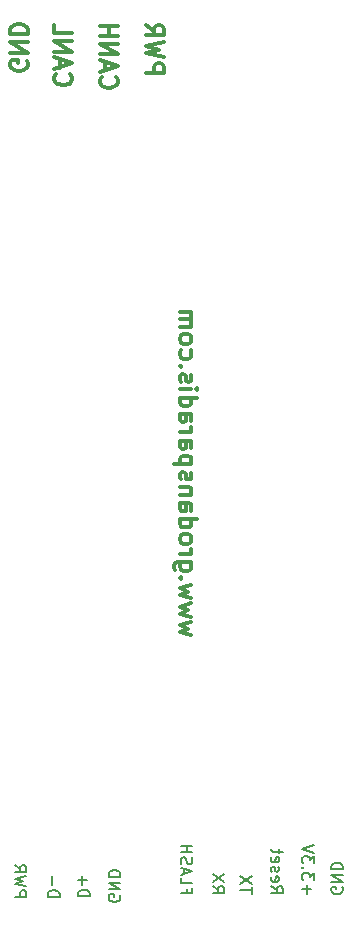
<source format=gbr>
%TF.GenerationSoftware,KiCad,Pcbnew,7.0.2-6a45011f42~172~ubuntu22.10.1*%
%TF.CreationDate,2023-04-24T11:56:10+02:00*%
%TF.ProjectId,vscp-din-esp32-can-z102,76736370-2d64-4696-9e2d-65737033322d,B*%
%TF.SameCoordinates,Original*%
%TF.FileFunction,Legend,Bot*%
%TF.FilePolarity,Positive*%
%FSLAX46Y46*%
G04 Gerber Fmt 4.6, Leading zero omitted, Abs format (unit mm)*
G04 Created by KiCad (PCBNEW 7.0.2-6a45011f42~172~ubuntu22.10.1) date 2023-04-24 11:56:10*
%MOMM*%
%LPD*%
G01*
G04 APERTURE LIST*
%ADD10C,0.300000*%
%ADD11C,0.200000*%
G04 APERTURE END LIST*
D10*
X140706071Y-76350000D02*
X142206071Y-76350000D01*
X142206071Y-76350000D02*
X142206071Y-75778571D01*
X142206071Y-75778571D02*
X142134642Y-75635714D01*
X142134642Y-75635714D02*
X142063214Y-75564285D01*
X142063214Y-75564285D02*
X141920357Y-75492857D01*
X141920357Y-75492857D02*
X141706071Y-75492857D01*
X141706071Y-75492857D02*
X141563214Y-75564285D01*
X141563214Y-75564285D02*
X141491785Y-75635714D01*
X141491785Y-75635714D02*
X141420357Y-75778571D01*
X141420357Y-75778571D02*
X141420357Y-76350000D01*
X142206071Y-74992857D02*
X140706071Y-74635714D01*
X140706071Y-74635714D02*
X141777500Y-74350000D01*
X141777500Y-74350000D02*
X140706071Y-74064285D01*
X140706071Y-74064285D02*
X142206071Y-73707143D01*
X140706071Y-72278571D02*
X141420357Y-72778571D01*
X140706071Y-73135714D02*
X142206071Y-73135714D01*
X142206071Y-73135714D02*
X142206071Y-72564285D01*
X142206071Y-72564285D02*
X142134642Y-72421428D01*
X142134642Y-72421428D02*
X142063214Y-72349999D01*
X142063214Y-72349999D02*
X141920357Y-72278571D01*
X141920357Y-72278571D02*
X141706071Y-72278571D01*
X141706071Y-72278571D02*
X141563214Y-72349999D01*
X141563214Y-72349999D02*
X141491785Y-72421428D01*
X141491785Y-72421428D02*
X141420357Y-72564285D01*
X141420357Y-72564285D02*
X141420357Y-73135714D01*
X133098928Y-76421428D02*
X133027500Y-76492856D01*
X133027500Y-76492856D02*
X132956071Y-76707142D01*
X132956071Y-76707142D02*
X132956071Y-76849999D01*
X132956071Y-76849999D02*
X133027500Y-77064285D01*
X133027500Y-77064285D02*
X133170357Y-77207142D01*
X133170357Y-77207142D02*
X133313214Y-77278571D01*
X133313214Y-77278571D02*
X133598928Y-77349999D01*
X133598928Y-77349999D02*
X133813214Y-77349999D01*
X133813214Y-77349999D02*
X134098928Y-77278571D01*
X134098928Y-77278571D02*
X134241785Y-77207142D01*
X134241785Y-77207142D02*
X134384642Y-77064285D01*
X134384642Y-77064285D02*
X134456071Y-76849999D01*
X134456071Y-76849999D02*
X134456071Y-76707142D01*
X134456071Y-76707142D02*
X134384642Y-76492856D01*
X134384642Y-76492856D02*
X134313214Y-76421428D01*
X133384642Y-75849999D02*
X133384642Y-75135714D01*
X132956071Y-75992856D02*
X134456071Y-75492856D01*
X134456071Y-75492856D02*
X132956071Y-74992856D01*
X132956071Y-74492857D02*
X134456071Y-74492857D01*
X134456071Y-74492857D02*
X132956071Y-73635714D01*
X132956071Y-73635714D02*
X134456071Y-73635714D01*
X132956071Y-72207142D02*
X132956071Y-72921428D01*
X132956071Y-72921428D02*
X134456071Y-72921428D01*
D11*
X144161190Y-145440476D02*
X144161190Y-145773809D01*
X143637380Y-145773809D02*
X144637380Y-145773809D01*
X144637380Y-145773809D02*
X144637380Y-145297619D01*
X143637380Y-144440476D02*
X143637380Y-144916666D01*
X143637380Y-144916666D02*
X144637380Y-144916666D01*
X143923095Y-144154761D02*
X143923095Y-143678571D01*
X143637380Y-144249999D02*
X144637380Y-143916666D01*
X144637380Y-143916666D02*
X143637380Y-143583333D01*
X143685000Y-143297618D02*
X143637380Y-143154761D01*
X143637380Y-143154761D02*
X143637380Y-142916666D01*
X143637380Y-142916666D02*
X143685000Y-142821428D01*
X143685000Y-142821428D02*
X143732619Y-142773809D01*
X143732619Y-142773809D02*
X143827857Y-142726190D01*
X143827857Y-142726190D02*
X143923095Y-142726190D01*
X143923095Y-142726190D02*
X144018333Y-142773809D01*
X144018333Y-142773809D02*
X144065952Y-142821428D01*
X144065952Y-142821428D02*
X144113571Y-142916666D01*
X144113571Y-142916666D02*
X144161190Y-143107142D01*
X144161190Y-143107142D02*
X144208809Y-143202380D01*
X144208809Y-143202380D02*
X144256428Y-143249999D01*
X144256428Y-143249999D02*
X144351666Y-143297618D01*
X144351666Y-143297618D02*
X144446904Y-143297618D01*
X144446904Y-143297618D02*
X144542142Y-143249999D01*
X144542142Y-143249999D02*
X144589761Y-143202380D01*
X144589761Y-143202380D02*
X144637380Y-143107142D01*
X144637380Y-143107142D02*
X144637380Y-142869047D01*
X144637380Y-142869047D02*
X144589761Y-142726190D01*
X143637380Y-142297618D02*
X144637380Y-142297618D01*
X144161190Y-142297618D02*
X144161190Y-141726190D01*
X143637380Y-141726190D02*
X144637380Y-141726190D01*
X134937380Y-146030951D02*
X135937380Y-146030951D01*
X135937380Y-146030951D02*
X135937380Y-145792856D01*
X135937380Y-145792856D02*
X135889761Y-145649999D01*
X135889761Y-145649999D02*
X135794523Y-145554761D01*
X135794523Y-145554761D02*
X135699285Y-145507142D01*
X135699285Y-145507142D02*
X135508809Y-145459523D01*
X135508809Y-145459523D02*
X135365952Y-145459523D01*
X135365952Y-145459523D02*
X135175476Y-145507142D01*
X135175476Y-145507142D02*
X135080238Y-145554761D01*
X135080238Y-145554761D02*
X134985000Y-145649999D01*
X134985000Y-145649999D02*
X134937380Y-145792856D01*
X134937380Y-145792856D02*
X134937380Y-146030951D01*
X135318333Y-145030951D02*
X135318333Y-144269047D01*
X134937380Y-144649999D02*
X135699285Y-144649999D01*
X138489761Y-145911904D02*
X138537380Y-146007142D01*
X138537380Y-146007142D02*
X138537380Y-146149999D01*
X138537380Y-146149999D02*
X138489761Y-146292856D01*
X138489761Y-146292856D02*
X138394523Y-146388094D01*
X138394523Y-146388094D02*
X138299285Y-146435713D01*
X138299285Y-146435713D02*
X138108809Y-146483332D01*
X138108809Y-146483332D02*
X137965952Y-146483332D01*
X137965952Y-146483332D02*
X137775476Y-146435713D01*
X137775476Y-146435713D02*
X137680238Y-146388094D01*
X137680238Y-146388094D02*
X137585000Y-146292856D01*
X137585000Y-146292856D02*
X137537380Y-146149999D01*
X137537380Y-146149999D02*
X137537380Y-146054761D01*
X137537380Y-146054761D02*
X137585000Y-145911904D01*
X137585000Y-145911904D02*
X137632619Y-145864285D01*
X137632619Y-145864285D02*
X137965952Y-145864285D01*
X137965952Y-145864285D02*
X137965952Y-146054761D01*
X137537380Y-145435713D02*
X138537380Y-145435713D01*
X138537380Y-145435713D02*
X137537380Y-144864285D01*
X137537380Y-144864285D02*
X138537380Y-144864285D01*
X137537380Y-144388094D02*
X138537380Y-144388094D01*
X138537380Y-144388094D02*
X138537380Y-144149999D01*
X138537380Y-144149999D02*
X138489761Y-144007142D01*
X138489761Y-144007142D02*
X138394523Y-143911904D01*
X138394523Y-143911904D02*
X138299285Y-143864285D01*
X138299285Y-143864285D02*
X138108809Y-143816666D01*
X138108809Y-143816666D02*
X137965952Y-143816666D01*
X137965952Y-143816666D02*
X137775476Y-143864285D01*
X137775476Y-143864285D02*
X137680238Y-143911904D01*
X137680238Y-143911904D02*
X137585000Y-144007142D01*
X137585000Y-144007142D02*
X137537380Y-144149999D01*
X137537380Y-144149999D02*
X137537380Y-144388094D01*
X154318333Y-145799999D02*
X154318333Y-145038095D01*
X153937380Y-145419047D02*
X154699285Y-145419047D01*
X154937380Y-144657142D02*
X154937380Y-144038095D01*
X154937380Y-144038095D02*
X154556428Y-144371428D01*
X154556428Y-144371428D02*
X154556428Y-144228571D01*
X154556428Y-144228571D02*
X154508809Y-144133333D01*
X154508809Y-144133333D02*
X154461190Y-144085714D01*
X154461190Y-144085714D02*
X154365952Y-144038095D01*
X154365952Y-144038095D02*
X154127857Y-144038095D01*
X154127857Y-144038095D02*
X154032619Y-144085714D01*
X154032619Y-144085714D02*
X153985000Y-144133333D01*
X153985000Y-144133333D02*
X153937380Y-144228571D01*
X153937380Y-144228571D02*
X153937380Y-144514285D01*
X153937380Y-144514285D02*
X153985000Y-144609523D01*
X153985000Y-144609523D02*
X154032619Y-144657142D01*
X154032619Y-143609523D02*
X153985000Y-143561904D01*
X153985000Y-143561904D02*
X153937380Y-143609523D01*
X153937380Y-143609523D02*
X153985000Y-143657142D01*
X153985000Y-143657142D02*
X154032619Y-143609523D01*
X154032619Y-143609523D02*
X153937380Y-143609523D01*
X154937380Y-143228571D02*
X154937380Y-142609524D01*
X154937380Y-142609524D02*
X154556428Y-142942857D01*
X154556428Y-142942857D02*
X154556428Y-142800000D01*
X154556428Y-142800000D02*
X154508809Y-142704762D01*
X154508809Y-142704762D02*
X154461190Y-142657143D01*
X154461190Y-142657143D02*
X154365952Y-142609524D01*
X154365952Y-142609524D02*
X154127857Y-142609524D01*
X154127857Y-142609524D02*
X154032619Y-142657143D01*
X154032619Y-142657143D02*
X153985000Y-142704762D01*
X153985000Y-142704762D02*
X153937380Y-142800000D01*
X153937380Y-142800000D02*
X153937380Y-143085714D01*
X153937380Y-143085714D02*
X153985000Y-143180952D01*
X153985000Y-143180952D02*
X154032619Y-143228571D01*
X154937380Y-142323809D02*
X153937380Y-141990476D01*
X153937380Y-141990476D02*
X154937380Y-141657143D01*
X149687380Y-145811904D02*
X149687380Y-145240476D01*
X148687380Y-145526190D02*
X149687380Y-145526190D01*
X149687380Y-145002380D02*
X148687380Y-144335714D01*
X149687380Y-144335714D02*
X148687380Y-145002380D01*
D10*
X130634642Y-75292856D02*
X130706071Y-75435714D01*
X130706071Y-75435714D02*
X130706071Y-75649999D01*
X130706071Y-75649999D02*
X130634642Y-75864285D01*
X130634642Y-75864285D02*
X130491785Y-76007142D01*
X130491785Y-76007142D02*
X130348928Y-76078571D01*
X130348928Y-76078571D02*
X130063214Y-76149999D01*
X130063214Y-76149999D02*
X129848928Y-76149999D01*
X129848928Y-76149999D02*
X129563214Y-76078571D01*
X129563214Y-76078571D02*
X129420357Y-76007142D01*
X129420357Y-76007142D02*
X129277500Y-75864285D01*
X129277500Y-75864285D02*
X129206071Y-75649999D01*
X129206071Y-75649999D02*
X129206071Y-75507142D01*
X129206071Y-75507142D02*
X129277500Y-75292856D01*
X129277500Y-75292856D02*
X129348928Y-75221428D01*
X129348928Y-75221428D02*
X129848928Y-75221428D01*
X129848928Y-75221428D02*
X129848928Y-75507142D01*
X129206071Y-74578571D02*
X130706071Y-74578571D01*
X130706071Y-74578571D02*
X129206071Y-73721428D01*
X129206071Y-73721428D02*
X130706071Y-73721428D01*
X129206071Y-73007142D02*
X130706071Y-73007142D01*
X130706071Y-73007142D02*
X130706071Y-72649999D01*
X130706071Y-72649999D02*
X130634642Y-72435713D01*
X130634642Y-72435713D02*
X130491785Y-72292856D01*
X130491785Y-72292856D02*
X130348928Y-72221427D01*
X130348928Y-72221427D02*
X130063214Y-72149999D01*
X130063214Y-72149999D02*
X129848928Y-72149999D01*
X129848928Y-72149999D02*
X129563214Y-72221427D01*
X129563214Y-72221427D02*
X129420357Y-72292856D01*
X129420357Y-72292856D02*
X129277500Y-72435713D01*
X129277500Y-72435713D02*
X129206071Y-72649999D01*
X129206071Y-72649999D02*
X129206071Y-73007142D01*
D11*
X151287380Y-145188095D02*
X151763571Y-145521428D01*
X151287380Y-145759523D02*
X152287380Y-145759523D01*
X152287380Y-145759523D02*
X152287380Y-145378571D01*
X152287380Y-145378571D02*
X152239761Y-145283333D01*
X152239761Y-145283333D02*
X152192142Y-145235714D01*
X152192142Y-145235714D02*
X152096904Y-145188095D01*
X152096904Y-145188095D02*
X151954047Y-145188095D01*
X151954047Y-145188095D02*
X151858809Y-145235714D01*
X151858809Y-145235714D02*
X151811190Y-145283333D01*
X151811190Y-145283333D02*
X151763571Y-145378571D01*
X151763571Y-145378571D02*
X151763571Y-145759523D01*
X151335000Y-144378571D02*
X151287380Y-144473809D01*
X151287380Y-144473809D02*
X151287380Y-144664285D01*
X151287380Y-144664285D02*
X151335000Y-144759523D01*
X151335000Y-144759523D02*
X151430238Y-144807142D01*
X151430238Y-144807142D02*
X151811190Y-144807142D01*
X151811190Y-144807142D02*
X151906428Y-144759523D01*
X151906428Y-144759523D02*
X151954047Y-144664285D01*
X151954047Y-144664285D02*
X151954047Y-144473809D01*
X151954047Y-144473809D02*
X151906428Y-144378571D01*
X151906428Y-144378571D02*
X151811190Y-144330952D01*
X151811190Y-144330952D02*
X151715952Y-144330952D01*
X151715952Y-144330952D02*
X151620714Y-144807142D01*
X151335000Y-143949999D02*
X151287380Y-143854761D01*
X151287380Y-143854761D02*
X151287380Y-143664285D01*
X151287380Y-143664285D02*
X151335000Y-143569047D01*
X151335000Y-143569047D02*
X151430238Y-143521428D01*
X151430238Y-143521428D02*
X151477857Y-143521428D01*
X151477857Y-143521428D02*
X151573095Y-143569047D01*
X151573095Y-143569047D02*
X151620714Y-143664285D01*
X151620714Y-143664285D02*
X151620714Y-143807142D01*
X151620714Y-143807142D02*
X151668333Y-143902380D01*
X151668333Y-143902380D02*
X151763571Y-143949999D01*
X151763571Y-143949999D02*
X151811190Y-143949999D01*
X151811190Y-143949999D02*
X151906428Y-143902380D01*
X151906428Y-143902380D02*
X151954047Y-143807142D01*
X151954047Y-143807142D02*
X151954047Y-143664285D01*
X151954047Y-143664285D02*
X151906428Y-143569047D01*
X151335000Y-142711904D02*
X151287380Y-142807142D01*
X151287380Y-142807142D02*
X151287380Y-142997618D01*
X151287380Y-142997618D02*
X151335000Y-143092856D01*
X151335000Y-143092856D02*
X151430238Y-143140475D01*
X151430238Y-143140475D02*
X151811190Y-143140475D01*
X151811190Y-143140475D02*
X151906428Y-143092856D01*
X151906428Y-143092856D02*
X151954047Y-142997618D01*
X151954047Y-142997618D02*
X151954047Y-142807142D01*
X151954047Y-142807142D02*
X151906428Y-142711904D01*
X151906428Y-142711904D02*
X151811190Y-142664285D01*
X151811190Y-142664285D02*
X151715952Y-142664285D01*
X151715952Y-142664285D02*
X151620714Y-143140475D01*
X151954047Y-142378570D02*
X151954047Y-141997618D01*
X152287380Y-142235713D02*
X151430238Y-142235713D01*
X151430238Y-142235713D02*
X151335000Y-142188094D01*
X151335000Y-142188094D02*
X151287380Y-142092856D01*
X151287380Y-142092856D02*
X151287380Y-141997618D01*
D10*
X144556071Y-123935715D02*
X143556071Y-123650001D01*
X143556071Y-123650001D02*
X144270357Y-123364286D01*
X144270357Y-123364286D02*
X143556071Y-123078572D01*
X143556071Y-123078572D02*
X144556071Y-122792858D01*
X144556071Y-122364286D02*
X143556071Y-122078572D01*
X143556071Y-122078572D02*
X144270357Y-121792857D01*
X144270357Y-121792857D02*
X143556071Y-121507143D01*
X143556071Y-121507143D02*
X144556071Y-121221429D01*
X144556071Y-120792857D02*
X143556071Y-120507143D01*
X143556071Y-120507143D02*
X144270357Y-120221428D01*
X144270357Y-120221428D02*
X143556071Y-119935714D01*
X143556071Y-119935714D02*
X144556071Y-119650000D01*
X143698928Y-119078571D02*
X143627500Y-119007142D01*
X143627500Y-119007142D02*
X143556071Y-119078571D01*
X143556071Y-119078571D02*
X143627500Y-119149999D01*
X143627500Y-119149999D02*
X143698928Y-119078571D01*
X143698928Y-119078571D02*
X143556071Y-119078571D01*
X144556071Y-117721428D02*
X143341785Y-117721428D01*
X143341785Y-117721428D02*
X143198928Y-117792856D01*
X143198928Y-117792856D02*
X143127500Y-117864285D01*
X143127500Y-117864285D02*
X143056071Y-118007142D01*
X143056071Y-118007142D02*
X143056071Y-118221428D01*
X143056071Y-118221428D02*
X143127500Y-118364285D01*
X143627500Y-117721428D02*
X143556071Y-117864285D01*
X143556071Y-117864285D02*
X143556071Y-118149999D01*
X143556071Y-118149999D02*
X143627500Y-118292856D01*
X143627500Y-118292856D02*
X143698928Y-118364285D01*
X143698928Y-118364285D02*
X143841785Y-118435713D01*
X143841785Y-118435713D02*
X144270357Y-118435713D01*
X144270357Y-118435713D02*
X144413214Y-118364285D01*
X144413214Y-118364285D02*
X144484642Y-118292856D01*
X144484642Y-118292856D02*
X144556071Y-118149999D01*
X144556071Y-118149999D02*
X144556071Y-117864285D01*
X144556071Y-117864285D02*
X144484642Y-117721428D01*
X143556071Y-117007142D02*
X144556071Y-117007142D01*
X144270357Y-117007142D02*
X144413214Y-116935713D01*
X144413214Y-116935713D02*
X144484642Y-116864285D01*
X144484642Y-116864285D02*
X144556071Y-116721427D01*
X144556071Y-116721427D02*
X144556071Y-116578570D01*
X143556071Y-115864285D02*
X143627500Y-116007142D01*
X143627500Y-116007142D02*
X143698928Y-116078571D01*
X143698928Y-116078571D02*
X143841785Y-116149999D01*
X143841785Y-116149999D02*
X144270357Y-116149999D01*
X144270357Y-116149999D02*
X144413214Y-116078571D01*
X144413214Y-116078571D02*
X144484642Y-116007142D01*
X144484642Y-116007142D02*
X144556071Y-115864285D01*
X144556071Y-115864285D02*
X144556071Y-115649999D01*
X144556071Y-115649999D02*
X144484642Y-115507142D01*
X144484642Y-115507142D02*
X144413214Y-115435714D01*
X144413214Y-115435714D02*
X144270357Y-115364285D01*
X144270357Y-115364285D02*
X143841785Y-115364285D01*
X143841785Y-115364285D02*
X143698928Y-115435714D01*
X143698928Y-115435714D02*
X143627500Y-115507142D01*
X143627500Y-115507142D02*
X143556071Y-115649999D01*
X143556071Y-115649999D02*
X143556071Y-115864285D01*
X143556071Y-114078571D02*
X145056071Y-114078571D01*
X143627500Y-114078571D02*
X143556071Y-114221428D01*
X143556071Y-114221428D02*
X143556071Y-114507142D01*
X143556071Y-114507142D02*
X143627500Y-114649999D01*
X143627500Y-114649999D02*
X143698928Y-114721428D01*
X143698928Y-114721428D02*
X143841785Y-114792856D01*
X143841785Y-114792856D02*
X144270357Y-114792856D01*
X144270357Y-114792856D02*
X144413214Y-114721428D01*
X144413214Y-114721428D02*
X144484642Y-114649999D01*
X144484642Y-114649999D02*
X144556071Y-114507142D01*
X144556071Y-114507142D02*
X144556071Y-114221428D01*
X144556071Y-114221428D02*
X144484642Y-114078571D01*
X143556071Y-112721428D02*
X144341785Y-112721428D01*
X144341785Y-112721428D02*
X144484642Y-112792856D01*
X144484642Y-112792856D02*
X144556071Y-112935713D01*
X144556071Y-112935713D02*
X144556071Y-113221428D01*
X144556071Y-113221428D02*
X144484642Y-113364285D01*
X143627500Y-112721428D02*
X143556071Y-112864285D01*
X143556071Y-112864285D02*
X143556071Y-113221428D01*
X143556071Y-113221428D02*
X143627500Y-113364285D01*
X143627500Y-113364285D02*
X143770357Y-113435713D01*
X143770357Y-113435713D02*
X143913214Y-113435713D01*
X143913214Y-113435713D02*
X144056071Y-113364285D01*
X144056071Y-113364285D02*
X144127500Y-113221428D01*
X144127500Y-113221428D02*
X144127500Y-112864285D01*
X144127500Y-112864285D02*
X144198928Y-112721428D01*
X144556071Y-112007142D02*
X143556071Y-112007142D01*
X144413214Y-112007142D02*
X144484642Y-111935713D01*
X144484642Y-111935713D02*
X144556071Y-111792856D01*
X144556071Y-111792856D02*
X144556071Y-111578570D01*
X144556071Y-111578570D02*
X144484642Y-111435713D01*
X144484642Y-111435713D02*
X144341785Y-111364285D01*
X144341785Y-111364285D02*
X143556071Y-111364285D01*
X143627500Y-110721427D02*
X143556071Y-110578570D01*
X143556071Y-110578570D02*
X143556071Y-110292856D01*
X143556071Y-110292856D02*
X143627500Y-110149999D01*
X143627500Y-110149999D02*
X143770357Y-110078570D01*
X143770357Y-110078570D02*
X143841785Y-110078570D01*
X143841785Y-110078570D02*
X143984642Y-110149999D01*
X143984642Y-110149999D02*
X144056071Y-110292856D01*
X144056071Y-110292856D02*
X144056071Y-110507142D01*
X144056071Y-110507142D02*
X144127500Y-110649999D01*
X144127500Y-110649999D02*
X144270357Y-110721427D01*
X144270357Y-110721427D02*
X144341785Y-110721427D01*
X144341785Y-110721427D02*
X144484642Y-110649999D01*
X144484642Y-110649999D02*
X144556071Y-110507142D01*
X144556071Y-110507142D02*
X144556071Y-110292856D01*
X144556071Y-110292856D02*
X144484642Y-110149999D01*
X144556071Y-109435713D02*
X143056071Y-109435713D01*
X144484642Y-109435713D02*
X144556071Y-109292856D01*
X144556071Y-109292856D02*
X144556071Y-109007141D01*
X144556071Y-109007141D02*
X144484642Y-108864284D01*
X144484642Y-108864284D02*
X144413214Y-108792856D01*
X144413214Y-108792856D02*
X144270357Y-108721427D01*
X144270357Y-108721427D02*
X143841785Y-108721427D01*
X143841785Y-108721427D02*
X143698928Y-108792856D01*
X143698928Y-108792856D02*
X143627500Y-108864284D01*
X143627500Y-108864284D02*
X143556071Y-109007141D01*
X143556071Y-109007141D02*
X143556071Y-109292856D01*
X143556071Y-109292856D02*
X143627500Y-109435713D01*
X143556071Y-107435713D02*
X144341785Y-107435713D01*
X144341785Y-107435713D02*
X144484642Y-107507141D01*
X144484642Y-107507141D02*
X144556071Y-107649998D01*
X144556071Y-107649998D02*
X144556071Y-107935713D01*
X144556071Y-107935713D02*
X144484642Y-108078570D01*
X143627500Y-107435713D02*
X143556071Y-107578570D01*
X143556071Y-107578570D02*
X143556071Y-107935713D01*
X143556071Y-107935713D02*
X143627500Y-108078570D01*
X143627500Y-108078570D02*
X143770357Y-108149998D01*
X143770357Y-108149998D02*
X143913214Y-108149998D01*
X143913214Y-108149998D02*
X144056071Y-108078570D01*
X144056071Y-108078570D02*
X144127500Y-107935713D01*
X144127500Y-107935713D02*
X144127500Y-107578570D01*
X144127500Y-107578570D02*
X144198928Y-107435713D01*
X143556071Y-106721427D02*
X144556071Y-106721427D01*
X144270357Y-106721427D02*
X144413214Y-106649998D01*
X144413214Y-106649998D02*
X144484642Y-106578570D01*
X144484642Y-106578570D02*
X144556071Y-106435712D01*
X144556071Y-106435712D02*
X144556071Y-106292855D01*
X143556071Y-105149999D02*
X144341785Y-105149999D01*
X144341785Y-105149999D02*
X144484642Y-105221427D01*
X144484642Y-105221427D02*
X144556071Y-105364284D01*
X144556071Y-105364284D02*
X144556071Y-105649999D01*
X144556071Y-105649999D02*
X144484642Y-105792856D01*
X143627500Y-105149999D02*
X143556071Y-105292856D01*
X143556071Y-105292856D02*
X143556071Y-105649999D01*
X143556071Y-105649999D02*
X143627500Y-105792856D01*
X143627500Y-105792856D02*
X143770357Y-105864284D01*
X143770357Y-105864284D02*
X143913214Y-105864284D01*
X143913214Y-105864284D02*
X144056071Y-105792856D01*
X144056071Y-105792856D02*
X144127500Y-105649999D01*
X144127500Y-105649999D02*
X144127500Y-105292856D01*
X144127500Y-105292856D02*
X144198928Y-105149999D01*
X143556071Y-103792856D02*
X145056071Y-103792856D01*
X143627500Y-103792856D02*
X143556071Y-103935713D01*
X143556071Y-103935713D02*
X143556071Y-104221427D01*
X143556071Y-104221427D02*
X143627500Y-104364284D01*
X143627500Y-104364284D02*
X143698928Y-104435713D01*
X143698928Y-104435713D02*
X143841785Y-104507141D01*
X143841785Y-104507141D02*
X144270357Y-104507141D01*
X144270357Y-104507141D02*
X144413214Y-104435713D01*
X144413214Y-104435713D02*
X144484642Y-104364284D01*
X144484642Y-104364284D02*
X144556071Y-104221427D01*
X144556071Y-104221427D02*
X144556071Y-103935713D01*
X144556071Y-103935713D02*
X144484642Y-103792856D01*
X143556071Y-103078570D02*
X144556071Y-103078570D01*
X145056071Y-103078570D02*
X144984642Y-103149998D01*
X144984642Y-103149998D02*
X144913214Y-103078570D01*
X144913214Y-103078570D02*
X144984642Y-103007141D01*
X144984642Y-103007141D02*
X145056071Y-103078570D01*
X145056071Y-103078570D02*
X144913214Y-103078570D01*
X143627500Y-102435712D02*
X143556071Y-102292855D01*
X143556071Y-102292855D02*
X143556071Y-102007141D01*
X143556071Y-102007141D02*
X143627500Y-101864284D01*
X143627500Y-101864284D02*
X143770357Y-101792855D01*
X143770357Y-101792855D02*
X143841785Y-101792855D01*
X143841785Y-101792855D02*
X143984642Y-101864284D01*
X143984642Y-101864284D02*
X144056071Y-102007141D01*
X144056071Y-102007141D02*
X144056071Y-102221427D01*
X144056071Y-102221427D02*
X144127500Y-102364284D01*
X144127500Y-102364284D02*
X144270357Y-102435712D01*
X144270357Y-102435712D02*
X144341785Y-102435712D01*
X144341785Y-102435712D02*
X144484642Y-102364284D01*
X144484642Y-102364284D02*
X144556071Y-102221427D01*
X144556071Y-102221427D02*
X144556071Y-102007141D01*
X144556071Y-102007141D02*
X144484642Y-101864284D01*
X143698928Y-101149998D02*
X143627500Y-101078569D01*
X143627500Y-101078569D02*
X143556071Y-101149998D01*
X143556071Y-101149998D02*
X143627500Y-101221426D01*
X143627500Y-101221426D02*
X143698928Y-101149998D01*
X143698928Y-101149998D02*
X143556071Y-101149998D01*
X143627500Y-99792855D02*
X143556071Y-99935712D01*
X143556071Y-99935712D02*
X143556071Y-100221426D01*
X143556071Y-100221426D02*
X143627500Y-100364283D01*
X143627500Y-100364283D02*
X143698928Y-100435712D01*
X143698928Y-100435712D02*
X143841785Y-100507140D01*
X143841785Y-100507140D02*
X144270357Y-100507140D01*
X144270357Y-100507140D02*
X144413214Y-100435712D01*
X144413214Y-100435712D02*
X144484642Y-100364283D01*
X144484642Y-100364283D02*
X144556071Y-100221426D01*
X144556071Y-100221426D02*
X144556071Y-99935712D01*
X144556071Y-99935712D02*
X144484642Y-99792855D01*
X143556071Y-98935712D02*
X143627500Y-99078569D01*
X143627500Y-99078569D02*
X143698928Y-99149998D01*
X143698928Y-99149998D02*
X143841785Y-99221426D01*
X143841785Y-99221426D02*
X144270357Y-99221426D01*
X144270357Y-99221426D02*
X144413214Y-99149998D01*
X144413214Y-99149998D02*
X144484642Y-99078569D01*
X144484642Y-99078569D02*
X144556071Y-98935712D01*
X144556071Y-98935712D02*
X144556071Y-98721426D01*
X144556071Y-98721426D02*
X144484642Y-98578569D01*
X144484642Y-98578569D02*
X144413214Y-98507141D01*
X144413214Y-98507141D02*
X144270357Y-98435712D01*
X144270357Y-98435712D02*
X143841785Y-98435712D01*
X143841785Y-98435712D02*
X143698928Y-98507141D01*
X143698928Y-98507141D02*
X143627500Y-98578569D01*
X143627500Y-98578569D02*
X143556071Y-98721426D01*
X143556071Y-98721426D02*
X143556071Y-98935712D01*
X143556071Y-97792855D02*
X144556071Y-97792855D01*
X144413214Y-97792855D02*
X144484642Y-97721426D01*
X144484642Y-97721426D02*
X144556071Y-97578569D01*
X144556071Y-97578569D02*
X144556071Y-97364283D01*
X144556071Y-97364283D02*
X144484642Y-97221426D01*
X144484642Y-97221426D02*
X144341785Y-97149998D01*
X144341785Y-97149998D02*
X143556071Y-97149998D01*
X144341785Y-97149998D02*
X144484642Y-97078569D01*
X144484642Y-97078569D02*
X144556071Y-96935712D01*
X144556071Y-96935712D02*
X144556071Y-96721426D01*
X144556071Y-96721426D02*
X144484642Y-96578569D01*
X144484642Y-96578569D02*
X144341785Y-96507140D01*
X144341785Y-96507140D02*
X143556071Y-96507140D01*
X136948928Y-76650000D02*
X136877500Y-76721428D01*
X136877500Y-76721428D02*
X136806071Y-76935714D01*
X136806071Y-76935714D02*
X136806071Y-77078571D01*
X136806071Y-77078571D02*
X136877500Y-77292857D01*
X136877500Y-77292857D02*
X137020357Y-77435714D01*
X137020357Y-77435714D02*
X137163214Y-77507143D01*
X137163214Y-77507143D02*
X137448928Y-77578571D01*
X137448928Y-77578571D02*
X137663214Y-77578571D01*
X137663214Y-77578571D02*
X137948928Y-77507143D01*
X137948928Y-77507143D02*
X138091785Y-77435714D01*
X138091785Y-77435714D02*
X138234642Y-77292857D01*
X138234642Y-77292857D02*
X138306071Y-77078571D01*
X138306071Y-77078571D02*
X138306071Y-76935714D01*
X138306071Y-76935714D02*
X138234642Y-76721428D01*
X138234642Y-76721428D02*
X138163214Y-76650000D01*
X137234642Y-76078571D02*
X137234642Y-75364286D01*
X136806071Y-76221428D02*
X138306071Y-75721428D01*
X138306071Y-75721428D02*
X136806071Y-75221428D01*
X136806071Y-74721429D02*
X138306071Y-74721429D01*
X138306071Y-74721429D02*
X136806071Y-73864286D01*
X136806071Y-73864286D02*
X138306071Y-73864286D01*
X136806071Y-73150000D02*
X138306071Y-73150000D01*
X137591785Y-73150000D02*
X137591785Y-72292857D01*
X136806071Y-72292857D02*
X138306071Y-72292857D01*
D11*
X157339761Y-145261904D02*
X157387380Y-145357142D01*
X157387380Y-145357142D02*
X157387380Y-145499999D01*
X157387380Y-145499999D02*
X157339761Y-145642856D01*
X157339761Y-145642856D02*
X157244523Y-145738094D01*
X157244523Y-145738094D02*
X157149285Y-145785713D01*
X157149285Y-145785713D02*
X156958809Y-145833332D01*
X156958809Y-145833332D02*
X156815952Y-145833332D01*
X156815952Y-145833332D02*
X156625476Y-145785713D01*
X156625476Y-145785713D02*
X156530238Y-145738094D01*
X156530238Y-145738094D02*
X156435000Y-145642856D01*
X156435000Y-145642856D02*
X156387380Y-145499999D01*
X156387380Y-145499999D02*
X156387380Y-145404761D01*
X156387380Y-145404761D02*
X156435000Y-145261904D01*
X156435000Y-145261904D02*
X156482619Y-145214285D01*
X156482619Y-145214285D02*
X156815952Y-145214285D01*
X156815952Y-145214285D02*
X156815952Y-145404761D01*
X156387380Y-144785713D02*
X157387380Y-144785713D01*
X157387380Y-144785713D02*
X156387380Y-144214285D01*
X156387380Y-144214285D02*
X157387380Y-144214285D01*
X156387380Y-143738094D02*
X157387380Y-143738094D01*
X157387380Y-143738094D02*
X157387380Y-143499999D01*
X157387380Y-143499999D02*
X157339761Y-143357142D01*
X157339761Y-143357142D02*
X157244523Y-143261904D01*
X157244523Y-143261904D02*
X157149285Y-143214285D01*
X157149285Y-143214285D02*
X156958809Y-143166666D01*
X156958809Y-143166666D02*
X156815952Y-143166666D01*
X156815952Y-143166666D02*
X156625476Y-143214285D01*
X156625476Y-143214285D02*
X156530238Y-143261904D01*
X156530238Y-143261904D02*
X156435000Y-143357142D01*
X156435000Y-143357142D02*
X156387380Y-143499999D01*
X156387380Y-143499999D02*
X156387380Y-143738094D01*
X129587380Y-146083332D02*
X130587380Y-146083332D01*
X130587380Y-146083332D02*
X130587380Y-145702380D01*
X130587380Y-145702380D02*
X130539761Y-145607142D01*
X130539761Y-145607142D02*
X130492142Y-145559523D01*
X130492142Y-145559523D02*
X130396904Y-145511904D01*
X130396904Y-145511904D02*
X130254047Y-145511904D01*
X130254047Y-145511904D02*
X130158809Y-145559523D01*
X130158809Y-145559523D02*
X130111190Y-145607142D01*
X130111190Y-145607142D02*
X130063571Y-145702380D01*
X130063571Y-145702380D02*
X130063571Y-146083332D01*
X130587380Y-145178570D02*
X129587380Y-144940475D01*
X129587380Y-144940475D02*
X130301666Y-144749999D01*
X130301666Y-144749999D02*
X129587380Y-144559523D01*
X129587380Y-144559523D02*
X130587380Y-144321428D01*
X129587380Y-143369047D02*
X130063571Y-143702380D01*
X129587380Y-143940475D02*
X130587380Y-143940475D01*
X130587380Y-143940475D02*
X130587380Y-143559523D01*
X130587380Y-143559523D02*
X130539761Y-143464285D01*
X130539761Y-143464285D02*
X130492142Y-143416666D01*
X130492142Y-143416666D02*
X130396904Y-143369047D01*
X130396904Y-143369047D02*
X130254047Y-143369047D01*
X130254047Y-143369047D02*
X130158809Y-143416666D01*
X130158809Y-143416666D02*
X130111190Y-143464285D01*
X130111190Y-143464285D02*
X130063571Y-143559523D01*
X130063571Y-143559523D02*
X130063571Y-143940475D01*
X132387380Y-146080951D02*
X133387380Y-146080951D01*
X133387380Y-146080951D02*
X133387380Y-145842856D01*
X133387380Y-145842856D02*
X133339761Y-145699999D01*
X133339761Y-145699999D02*
X133244523Y-145604761D01*
X133244523Y-145604761D02*
X133149285Y-145557142D01*
X133149285Y-145557142D02*
X132958809Y-145509523D01*
X132958809Y-145509523D02*
X132815952Y-145509523D01*
X132815952Y-145509523D02*
X132625476Y-145557142D01*
X132625476Y-145557142D02*
X132530238Y-145604761D01*
X132530238Y-145604761D02*
X132435000Y-145699999D01*
X132435000Y-145699999D02*
X132387380Y-145842856D01*
X132387380Y-145842856D02*
X132387380Y-146080951D01*
X132768333Y-145080951D02*
X132768333Y-144319047D01*
X146337380Y-145166666D02*
X146813571Y-145499999D01*
X146337380Y-145738094D02*
X147337380Y-145738094D01*
X147337380Y-145738094D02*
X147337380Y-145357142D01*
X147337380Y-145357142D02*
X147289761Y-145261904D01*
X147289761Y-145261904D02*
X147242142Y-145214285D01*
X147242142Y-145214285D02*
X147146904Y-145166666D01*
X147146904Y-145166666D02*
X147004047Y-145166666D01*
X147004047Y-145166666D02*
X146908809Y-145214285D01*
X146908809Y-145214285D02*
X146861190Y-145261904D01*
X146861190Y-145261904D02*
X146813571Y-145357142D01*
X146813571Y-145357142D02*
X146813571Y-145738094D01*
X147337380Y-144833332D02*
X146337380Y-144166666D01*
X147337380Y-144166666D02*
X146337380Y-144833332D01*
M02*

</source>
